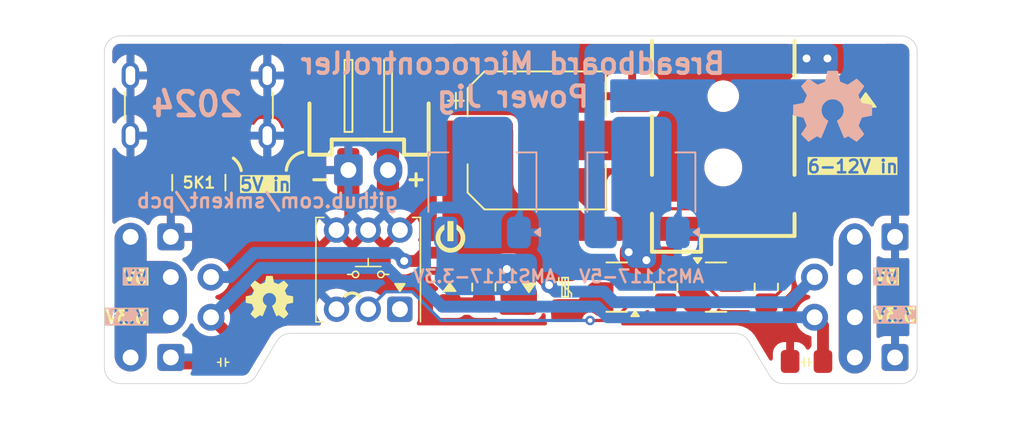
<source format=kicad_pcb>
(kicad_pcb (version 20240108) (generator "pcbnew") (generator_version "8.0")
  (layers (0 "F.Cu" signal) (31 "B.Cu" signal) (34 "B.Paste" user) (35 "F.Paste" user) (36 "B.SilkS" user "B.Silkscreen") (37 "F.SilkS" user "F.Silkscreen") (38 "B.Mask" user) (39 "F.Mask" user) (44 "Edge.Cuts" user))
  (net 0 "")
  (net 1 "GND")
  (net 2 "VOUT_LEFT")
  (net 3 "VOUT_RIGHT")
  (net 4 "Net-(J0-CC2)")
  (net 5 "Net-(J0-CC1)")
  (net 6 "Net-(Q1-G)")
  (net 7 "VIN_DC")
  (net 8 "Net-(D3-A)")
  (net 9 "VIN")
  (net 11 "DC_JACK_SWITCH")
  (net 12 "5V_OUT")
  (net 13 "3V3_OUT")
  (net 14 "PRE_FUSE")
  (net 15 "REG_5V")
  (net 16 "DC_IN_DIODE")
  (net 17 "TO_3V3_DIODE")
  (footprint "lcsc:SW-TH_6P-L7.0-W7.0-P2.00_90deg" (layer "F.Cu") (at 195.3404 90.972 -90)
    (property "Reference" "SW1" (hide yes))
    (property "Value" "SW_DPDT_x2")
    (pad "1" thru_hole roundrect (at 2.5 -2) (size 1.6 1.6) (drill 0.999998) (layers "*.Cu" "*.Mask") (roundrect_rratio 0.15625))
    (pad "2" thru_hole circle (at 2.5 0) (size 1.6 1.6) (drill 0.999998) (layers "*.Cu" "*.Mask") (net 6 "Net-(Q1-G)"))
    (pad "3" thru_hole circle (at 2.5 2) (size 1.6 1.6) (drill 0.999998) (layers "*.Cu" "*.Mask") (net 1 "GND"))
    (pad "4" thru_hole circle (at -2.5 -2) (size 1.6 1.6) (drill 0.999998) (layers "*.Cu" "*.Mask") (net 1 "GND"))
    (pad "5" thru_hole circle (at -2.5 0) (size 1.6 1.6) (drill 0.999998) (layers "*.Cu" "*.Mask") (net 1 "GND"))
    (pad "6" thru_hole circle (at -2.5 2) (size 1.6 1.6) (drill 0.999998) (layers "*.Cu" "*.Mask") (net 1 "GND"))
  )
  (footprint "custom:D_SOD-323_HandSoldering_simple" (layer "F.Cu") (at 205.486 92.075 90)
    (property "Reference" "D2" (hide yes))
    (property "Value" "BAT60A")
    (pad "1" smd roundrect (at -1.25 0 90) (size 1 1) (layers "F.Cu" "F.Paste" "F.Mask") (net 17 "TO_3V3_DIODE"))
    (pad "2" smd roundrect (at 1.25 0 90) (size 1 1) (layers "F.Cu" "F.Paste" "F.Mask") (net 12 "5V_OUT"))
  )
  (footprint "custom:DC-IN_DC-050-2.0-BB_rev2" (layer "F.Cu") (at 217.7542 82.91)
    (property "Reference" "J1" (hide yes))
    (property "Value" "Barrel_Jack_Switch")
    (pad "" np_thru_hole circle (at 0 -2.9 270) (size 1.5 1.5) (drill 1.5) (layers "F&B.Cu" "*.Mask"))
    (pad "" np_thru_hole circle (at 0 1.6 270) (size 1.9 1.9) (drill 1.9) (layers "F&B.Cu" "*.Mask"))
    (pad "1" smd roundrect (at 5.75 -2.9 270) (size 2 2.5) (layers "F.Cu" "F.Paste" "F.Mask") (roundrect_rratio 0.125) (net 7 "VIN_DC"))
    (pad "1" smd roundrect (at 5.75 3.3 270) (size 2 2.5) (layers "F.Cu" "F.Paste" "F.Mask") (roundrect_rratio 0.125) (net 7 "VIN_DC"))
    (pad "2" smd roundrect (at -5.75 -2.9 270) (size 2 2.5) (layers "F.Cu" "F.Paste" "F.Mask") (roundrect_rratio 0.125) (net 1 "GND"))
    (pad "3" smd roundrect (at -5.75 3.3 270) (size 2 2.5) (layers "F.Cu" "F.Paste" "F.Mask") (roundrect_rratio 0.125) (net 11 "DC_JACK_SWITCH"))
  )
  (footprint "custom:C_0805_2012Metric_Pad1.18x1.45mm_HandSolder" (layer "F.Cu") (at 223.012 96.774 180)
    (property "Reference" "C3" (hide yes))
    (property "Value" "22uF")
    (pad "1" smd roundrect (at -1.0375 0 180) (size 1.175 1.45) (layers "F.Cu" "F.Paste" "F.Mask") (roundrect_rratio 0.212766) (net 13 "3V3_OUT"))
    (pad "2" smd roundrect (at 1.0375 0 180) (size 1.175 1.45) (layers "F.Cu" "F.Paste" "F.Mask") (roundrect_rratio 0.212766) (net 1 "GND"))
  )
  (footprint "Capacitor_SMD:CP_Elec_8x10.5" (layer "F.Cu") (at 205.977 82.804)
    (property "Reference" "C1" (hide yes))
    (property "Value" "1000uF")
    (pad "1" smd roundrect (at -3.7 0) (size 4.4 2.5) (layers "F.Cu" "F.Paste" "F.Mask") (roundrect_rratio 0.1) (net 12 "5V_OUT"))
    (pad "2" smd roundrect (at 3.7 0) (size 4.4 2.5) (layers "F.Cu" "F.Paste" "F.Mask") (roundrect_rratio 0.1) (net 1 "GND"))
  )
  (footprint "custom:LED_0805_2012Metric_Pad1.15x1.40mm_HandSolder_simple" (layer "F.Cu") (at 200.4822 92.075 -90)
    (property "Reference" "D3" (hide yes))
    (property "Value" "LED")
    (pad "1" smd roundrect (at -1.025 0 270) (size 1.15 1.4) (layers "F.Cu" "F.Paste" "F.Mask") (roundrect_rratio 0.217391) (net 1 "GND"))
    (pad "2" smd roundrect (at 1.025 0 270) (size 1.15 1.4) (layers "F.Cu" "F.Paste" "F.Mask") (roundrect_rratio 0.217391) (net 8 "Net-(D3-A)"))
  )
  (footprint "graphics:oshw-logo-3mm" (layer "F.Cu") (at 189.103 92.71)
    (property "Reference" "G***" (hide yes))
    (property "Value" "LOGO" (hide yes))
  )
  (footprint "Package_TO_SOT_SMD:SOT-23" (layer "F.Cu") (at 211.0255 92.075 180)
    (property "Reference" "Q1" (hide yes))
    (property "Value" "AO3401A")
    (pad "1" smd roundrect (at -0.9375 -0.95 180) (size 1.475 0.6) (layers "F.Cu" "F.Paste" "F.Mask") (net 6 "Net-(Q1-G)"))
    (pad "2" smd roundrect (at -0.9375 0.95 180) (size 1.475 0.6) (layers "F.Cu" "F.Paste" "F.Mask") (net 15 "REG_5V"))
    (pad "3" smd roundrect (at 0.9375 0 180) (size 1.475 0.6) (layers "F.Cu" "F.Paste" "F.Mask") (net 14 "PRE_FUSE"))
  )
  (footprint "custom:PinHeader_2x02_P2.54mm_Vertical_simple" (layer "F.Cu") (at 182.88 91.44)
    (property "Reference" "JLEFT2" (hide yes))
    (property "Value" "Conn_02x02_Counter_Clockwise")
    (pad "1" thru_hole circle (at 0 0) (size 1.7 1.7) (drill 1) (layers "*.Cu" "*.Mask") (net 2 "VOUT_LEFT"))
    (pad "2" thru_hole oval (at 2.54 0) (size 1.7 1.7) (drill 1) (layers "*.Cu" "*.Mask") (net 12 "5V_OUT"))
    (pad "3" thru_hole oval (at 0 2.54) (size 1.7 1.7) (drill 1) (layers "*.Cu" "*.Mask") (net 2 "VOUT_LEFT"))
    (pad "4" thru_hole oval (at 2.54 2.54) (size 1.7 1.7) (drill 1) (layers "*.Cu" "*.Mask") (net 13 "3V3_OUT"))
  )
  (footprint "Resistor_SMD:R_0805_2012Metric_Pad1.20x1.40mm_HandSolder" (layer "F.Cu") (at 214.122 92.075 -90)
    (property "Reference" "R2" (hide yes))
    (property "Value" "10K")
    (pad "1" smd roundrect (at -1 0 270) (size 1.2 1.4) (layers "F.Cu" "F.Paste" "F.Mask") (roundrect_rratio 0.208333) (net 15 "REG_5V"))
    (pad "2" smd roundrect (at 1 0 270) (size 1.2 1.4) (layers "F.Cu" "F.Paste" "F.Mask") (roundrect_rratio 0.208333) (net 6 "Net-(Q1-G)"))
  )
  (footprint "Resistor_SMD:R_0805_2012Metric_Pad1.20x1.40mm_HandSolder" (layer "F.Cu") (at 220.472 92.075 90)
    (property "Reference" "R1" (hide yes))
    (property "Value" "10K")
    (pad "1" smd roundrect (at -1 0 90) (size 1.2 1.4) (layers "F.Cu" "F.Paste" "F.Mask") (roundrect_rratio 0.208333) (net 11 "DC_JACK_SWITCH"))
    (pad "2" smd roundrect (at 1 0 90) (size 1.2 1.4) (layers "F.Cu" "F.Paste" "F.Mask") (roundrect_rratio 0.208333) (net 9 "VIN"))
  )
  (footprint "custom:Fuse_1206_3216Metric_Pad1.42x1.75mm_HandSolder_simple" (layer "F.Cu") (at 207.772 92.075 90)
    (property "Reference" "F1" (hide yes))
    (property "Value" "Polyfuse")
    (pad "1" smd roundrect (at -1.4875 0 90) (size 1.425 1.75) (layers "F.Cu" "F.Paste" "F.Mask") (roundrect_rratio 0.175439) (net 14 "PRE_FUSE"))
    (pad "2" smd roundrect (at 1.4875 0 90) (size 1.425 1.75) (layers "F.Cu" "F.Paste" "F.Mask") (roundrect_rratio 0.175439) (net 12 "5V_OUT"))
  )
  (footprint "Package_TO_SOT_SMD:SOT-23" (layer "F.Cu") (at 217.297 92.075)
    (property "Reference" "Q2" (hide yes))
    (property "Value" "AO3401A")
    (pad "1" smd roundrect (at -0.9375 -0.95) (size 1.475 0.6) (layers "F.Cu" "F.Paste" "F.Mask") (net 11 "DC_JACK_SWITCH"))
    (pad "2" smd roundrect (at -0.9375 0.95) (size 1.475 0.6) (layers "F.Cu" "F.Paste" "F.Mask") (net 15 "REG_5V"))
    (pad "3" smd roundrect (at 0.9375 0) (size 1.475 0.6) (layers "F.Cu" "F.Paste" "F.Mask") (net 9 "VIN"))
  )
  (footprint "custom:D_SMA_simple" (layer "F.Cu") (at 226.7362 80.264 -90)
    (property "Reference" "D1" (hide yes))
    (property "Value" "SS34")
    (pad "1" smd roundrect (at -2 0 270) (size 2.5 1.8) (layers "F.Cu" "F.Paste" "F.Mask") (roundrect_rratio 0.1388888889) (net 16 "DC_IN_DIODE"))
    (pad "2" smd roundrect (at 2 0 270) (size 2.5 1.8) (layers "F.Cu" "F.Paste" "F.Mask") (roundrect_rratio 0.1388888889) (net 7 "VIN_DC"))
  )
  (footprint "Resistor_SMD:R_0805_2012Metric_Pad1.20x1.40mm_HandSolder" (layer "F.Cu") (at 202.6412 92.075 -90)
    (property "Reference" "R6" (hide yes))
    (property "Value" "2K2")
    (pad "1" smd roundrect (at -1 0 270) (size 1.2 1.4) (layers "F.Cu" "F.Paste" "F.Mask") (roundrect_rratio 0.208333) (net 12 "5V_OUT"))
    (pad "2" smd roundrect (at 1 0 270) (size 1.2 1.4) (layers "F.Cu" "F.Paste" "F.Mask") (roundrect_rratio 0.208333) (net 8 "Net-(D3-A)"))
  )
  (footprint "custom:C_0805_2012Metric_Pad1.18x1.45mm_HandSolder" (layer "F.Cu") (at 186.182 96.774 180)
    (property "Reference" "C2" (hide yes))
    (property "Value" "22uF")
    (pad "1" smd roundrect (at -1.0375 0 180) (size 1.175 1.45) (layers "F.Cu" "F.Paste" "F.Mask") (roundrect_rratio 0.212766) (net 13 "3V3_OUT"))
    (pad "2" smd roundrect (at 1.0375 0 180) (size 1.175 1.45) (layers "F.Cu" "F.Paste" "F.Mask") (roundrect_rratio 0.212766) (net 1 "GND"))
  )
  (footprint "Resistor_SMD:R_Array_Convex_4x0603" (layer "F.Cu") (at 184.6484 85.471 -90)
    (property "Reference" "RN1" (hide yes))
    (property "Value" "5K1")
    (pad "1" smd rect (at -0.9 -1.2 270) (size 0.8 0.5) (layers "F.Cu" "F.Paste" "F.Mask") (net 1 "GND"))
    (pad "2" smd rect (at -0.9 -0.4 270) (size 0.8 0.4) (layers "F.Cu" "F.Paste" "F.Mask") (net 5 "Net-(J0-CC1)"))
    (pad "3" smd rect (at -0.9 0.4 270) (size 0.8 0.4) (layers "F.Cu" "F.Paste" "F.Mask") (net 4 "Net-(J0-CC2)"))
    (pad "4" smd rect (at -0.9 1.2 270) (size 0.8 0.5) (layers "F.Cu" "F.Paste" "F.Mask") (net 1 "GND"))
    (pad "5" smd rect (at 0.9 1.2 270) (size 0.8 0.5) (layers "F.Cu" "F.Paste" "F.Mask") (net 1 "GND"))
    (pad "6" smd rect (at 0.9 0.4 270) (size 0.8 0.4) (layers "F.Cu" "F.Paste" "F.Mask") (net 1 "GND"))
    (pad "7" smd rect (at 0.9 -0.4 270) (size 0.8 0.4) (layers "F.Cu" "F.Paste" "F.Mask") (net 1 "GND"))
    (pad "8" smd rect (at 0.9 -1.2 270) (size 0.8 0.5) (layers "F.Cu" "F.Paste" "F.Mask") (net 1 "GND"))
  )
  (footprint "custom:PinHeader_2x02_P2.54mm_Vertical_simple" (layer "F.Cu") (at 223.52 91.44)
    (property "Reference" "JRIGHT2" (hide yes))
    (property "Value" "Conn_02x02_Counter_Clockwise")
    (pad "1" thru_hole circle (at 0 0) (size 1.7 1.7) (drill 1) (layers "*.Cu" "*.Mask") (net 12 "5V_OUT"))
    (pad "2" thru_hole oval (at 2.54 0) (size 1.7 1.7) (drill 1) (layers "*.Cu" "*.Mask") (net 3 "VOUT_RIGHT"))
    (pad "3" thru_hole oval (at 0 2.54) (size 1.7 1.7) (drill 1) (layers "*.Cu" "*.Mask") (net 13 "3V3_OUT"))
    (pad "4" thru_hole oval (at 2.54 2.54) (size 1.7 1.7) (drill 1) (layers "*.Cu" "*.Mask") (net 3 "VOUT_RIGHT"))
  )
  (footprint "custom:USB_C_Receptacle_GCT_USB4125-xx-x_6P_TopMnt_Horizontal_handsolder" (layer "F.Cu") (at 184.6504 79.502 180)
    (property "Reference" "J0" (hide yes))
    (property "Value" "USB_C_Receptacle_PowerOnly_6P")
    (pad "A5" smd roundrect (at -0.5 -3.28 180) (size 0.7 1.6) (layers "F.Cu" "F.Paste" "F.Mask") (net 5 "Net-(J0-CC1)"))
    (pad "A9" smd roundrect (at 1.52 -3.28) (size 0.76 1.6) (layers "F.Cu" "F.Paste" "F.Mask") (net 9 "VIN"))
    (pad "A12" smd roundrect (at 2.75 -3.28) (size 0.8 1.6) (layers "F.Cu" "F.Paste" "F.Mask") (net 1 "GND"))
    (pad "B5" smd roundrect (at 0.5 -3.28) (size 0.7 1.6) (layers "F.Cu" "F.Paste" "F.Mask") (net 4 "Net-(J0-CC2)"))
    (pad "B9" smd roundrect (at -1.52 -3.28 180) (size 0.76 1.6) (layers "F.Cu" "F.Paste" "F.Mask") (net 9 "VIN"))
    (pad "B12" smd roundrect (at -2.75 -3.28 180) (size 0.8 1.6) (layers "F.Cu" "F.Paste" "F.Mask") (net 1 "GND"))
    (pad "S1" thru_hole oval (at -4.32 -3 180) (size 1.1 1.7) (drill oval 0.6 1.2) (layers "*.Cu" "*.Mask" "F.Paste") (net 1 "GND"))
    (pad "S1" thru_hole oval (at -4.32 0.8 180) (size 1.1 1.7) (drill oval 0.6 1.2) (layers "*.Cu" "*.Mask" "F.Paste") (net 1 "GND"))
    (pad "S1" thru_hole oval (at 4.32 -3 180) (size 1.1 1.7) (drill oval 0.6 1.2) (layers "*.Cu" "*.Mask" "F.Paste") (net 1 "GND"))
    (pad "S1" thru_hole oval (at 4.32 0.8 180) (size 1.1 1.7) (drill oval 0.6 1.2) (layers "*.Cu" "*.Mask" "F.Paste") (net 1 "GND"))
  )
  (footprint "custom:JST_XH_S2B-XH-2AW_1x02_P2.50mm_TH-or-SMD_pad2gnd_trim" (layer "F.Cu") (at 195.3404 84.678 180)
    (property "Reference" "J2" (hide yes))
    (property "Value" "Conn_01x02")
    (pad "1" thru_hole oval (at -1.25 0 180) (size 1.8 2) (drill 1) (layers "*.Cu" "*.Mask") (net 9 "VIN"))
    (pad "1" smd roundrect (at -1.2446 -0.508) (size 1.4 3.8) (layers "F.Cu" "F.Paste" "F.Mask") (roundrect_rratio 0.1785714286) (net 9 "VIN"))
    (pad "2" thru_hole roundrect (at 1.25 0 180) (size 1.8 2) (drill 1) (layers "*.Cu" "*.Mask") (roundrect_rratio 0.1388888889) (net 1 "GND"))
    (pad "2" smd roundrect (at 1.2554 -0.508) (size 1.4 3.8) (layers "F.Cu" "F.Paste" "F.Mask") (roundrect_rratio 0.1785714286) (net 1 "GND"))
    (pad "3" smd roundrect (at 4.2054 6.192) (size 1.6 3.5) (layers "F.Cu" "F.Paste" "F.Mask") (roundrect_rratio 0.15625))
    (pad "4" smd roundrect (at -4.1946 6.192) (size 1.6 3.5) (layers "F.Cu" "F.Paste" "F.Mask") (roundrect_rratio 0.15625))
  )
  (footprint "graphics:icon-power-2mm" (layer "F.Cu") (at 200.533 88.9)
    (property "Reference" "G***" (hide yes))
    (property "Value" "LOGO" (hide yes))
  )
  (footprint "custom:PinHeader_1x02_P2.54mm_Vertical_simple_pad2gnd" (layer "B.Cu") (at 180.34 96.52 -90)
    (property "Reference" "JLEFT1" (hide yes))
    (property "Value" "Conn_01x02")
    (pad "1" thru_hole oval (at 0 0 270) (size 1.7 1.7) (drill 1) (layers "*.Cu" "*.Mask") (net 2 "VOUT_LEFT"))
    (pad "2" thru_hole roundrect (at 0 -2.54 270) (size 1.7 1.7) (drill 1) (layers "*.Cu" "*.Mask") (roundrect_rratio 0.1470588235) (net 1 "GND"))
  )
  (footprint "Package_TO_SOT_SMD:SOT-223-3_TabPin2" (layer "B.Cu") (at 202.551 85.471 90)
    (property "Reference" "U2" (hide yes))
    (property "Value" "AMS1117-3.3")
    (pad "1" smd roundrect (at -3.15 2.3 90) (size 2 1.5) (layers "B.Cu" "B.Paste" "B.Mask") (net 1 "GND"))
    (pad "2" smd roundrect (at -3.15 0 90) (size 2 1.5) (layers "B.Cu" "B.Paste" "B.Mask") (net 13 "3V3_OUT"))
    (pad "2" smd roundrect (at 3.15 0 90) (size 2 3.8) (layers "B.Cu" "B.Paste" "B.Mask") (net 13 "3V3_OUT"))
    (pad "3" smd roundrect (at -3.15 -2.3 90) (size 2 1.5) (layers "B.Cu" "B.Paste" "B.Mask") (net 17 "TO_3V3_DIODE"))
  )
  (footprint "custom:PinHeader_1x02_P2.54mm_Vertical_simple_pad2gnd" (layer "B.Cu") (at 180.34 88.9 -90)
    (property "Reference" "JLEFT0" (hide yes))
    (property "Value" "Conn_01x02")
    (pad "1" thru_hole oval (at 0 0 270) (size 1.7 1.7) (drill 1) (layers "*.Cu" "*.Mask") (net 2 "VOUT_LEFT"))
    (pad "2" thru_hole roundrect (at 0 -2.54 270) (size 1.7 1.7) (drill 1) (layers "*.Cu" "*.Mask") (roundrect_rratio 0.1470588235) (net 1 "GND"))
  )
  (footprint "Package_TO_SOT_SMD:SOT-223-3_TabPin2" (layer "B.Cu") (at 212.584 85.471 90)
    (property "Reference" "U1" (hide yes))
    (property "Value" "AMS1117-5.0")
    (pad "1" smd roundrect (at -3.15 2.3 90) (size 2 1.5) (layers "B.Cu" "B.Paste" "B.Mask") (net 1 "GND"))
    (pad "2" smd roundrect (at -3.15 0 90) (size 2 1.5) (layers "B.Cu" "B.Paste" "B.Mask") (net 15 "REG_5V"))
    (pad "2" smd roundrect (at 3.15 0 90) (size 2 3.8) (layers "B.Cu" "B.Paste" "B.Mask") (net 15 "REG_5V"))
    (pad "3" smd roundrect (at -3.15 -2.3 90) (size 2 1.5) (layers "B.Cu" "B.Paste" "B.Mask") (net 16 "DC_IN_DIODE"))
  )
  (footprint "custom:PinHeader_1x02_P2.54mm_Vertical_simple_pad2gnd" (layer "B.Cu") (at 226.06 96.52 -90)
    (property "Reference" "JRIGHT1" (hide yes))
    (property "Value" "Conn_01x02")
    (pad "1" thru_hole oval (at 0 0 270) (size 1.7 1.7) (drill 1) (layers "*.Cu" "*.Mask") (net 3 "VOUT_RIGHT"))
    (pad "2" thru_hole roundrect (at 0 -2.54 270) (size 1.7 1.7) (drill 1) (layers "*.Cu" "*.Mask") (roundrect_rratio 0.1470588235) (net 1 "GND"))
  )
  (footprint "graphics:oshw-logo-5mm" (layer "B.Cu") (at 224.663 80.645 180)
    (property "Reference" "G***" (hide yes))
    (property "Value" "LOGO" (hide yes))
  )
  (footprint "custom:PinHeader_1x02_P2.54mm_Vertical_simple_pad2gnd" (layer "B.Cu") (at 226.06 88.9 -90)
    (property "Reference" "JRIGHT0" (hide yes))
    (property "Value" "Conn_01x02")
    (pad "1" thru_hole oval (at 0 0 270) (size 1.7 1.7) (drill 1) (layers "*.Cu" "*.Mask") (net 3 "VOUT_RIGHT"))
    (pad "2" thru_hole roundrect (at 0 -2.54 270) (size 1.7 1.7) (drill 1) (layers "*.Cu" "*.Mask") (roundrect_rratio 0.1470588235) (net 1 "GND"))
  )
  (gr_arc (start 186.82771 83.92651) (mid 187.149317 84.271386) (end 187.325 84.709) (stroke (width 0.2)) (layer "F.SilkS"))
  (gr_arc (start 190.170726 84.688112) (mid 190.5 83.947) (end 191.205448 83.546985) (stroke (width 0.2)) (layer "F.SilkS"))
  (gr_arc (start 193.883049 92.652074) (mid 194.3354 92.45) (end 194.786159 92.655602) (stroke (width 0.2)) (layer "F.SilkS"))
  (gr_poly (pts (arc (start 187.39381 98.171) (mid 187.886509 98.041199) (end 188.251303 97.685495)) (arc (start 189.573697 95.481504) (mid 189.938491 95.1258) (end 190.43119 94.996)) (arc (start 218.50881 94.996) (mid 219.001509 95.1258) (end 219.366303 95.481504)) (arc (start 220.688697 97.685495) (mid 221.053491 98.0412) (end 221.54619 98.171)) (arc (start 228.997 98.171) (mid 229.704107 97.878107) (end 229.997 97.171)) (arc (start 229.997 77.2) (mid 229.704107 76.492893) (end 228.997 76.2)) (arc (start 179.689 76.2) (mid 178.981893 76.492893) (end 178.689 77.2)) (arc (start 178.689 97.171) (mid 178.981893 97.878107) (end 179.689 98.171))) (stroke (width 0.05)) (fill none) (layer "Edge.Cuts"))
  (gr_text "3.3V" (at 181.483 93.98 0) (layer "B.SilkS" knockout) (effects (font (size 0.8 0.8) (thickness 0.16) (bold yes)) (justify left mirror)))
  (gr_text "AMS1117-3.3V" (at 202.692 90.932 0) (layer "B.SilkS") (effects (font (size 0.8 0.8) (thickness 0.16) (bold yes)) (justify top mirror)))
  (gr_text "2024" (at 184.531 80.518 0) (layer "B.SilkS") (effects (font (size 1.5 1.5) (thickness 0.3) (bold yes)) (justify mirror)))
  (gr_text "5V" (at 227.203 91.44 0) (layer "B.SilkS" knockout) (effects (font (size 0.8 0.8) (thickness 0.16) (bold yes)) (justify right mirror)))
  (gr_text "Breadboard Microcontroller\nPower Jig" (at 204.47 78.994 0) (layer "B.SilkS") (effects (font (size 1.3 1.3) (thickness 0.26) (bold yes)) (justify mirror)))
  (gr_text "5V" (at 181.483 91.44 0) (layer "B.SilkS" knockout) (effects (font (size 0.8 0.8) (thickness 0.16) (bold yes)) (justify left mirror)))
  (gr_text "github.com/smkent/pcb" (at 188.976 86.614 0) (layer "B.SilkS") (effects (font (size 0.9 0.9) (thickness 0.18) (bold yes)) (justify mirror)))
  (gr_text "3.3V" (at 227.203 93.853 0) (layer "B.SilkS" knockout) (effects (font (size 0.8 0.8) (thickness 0.16) (bold yes)) (justify right mirror)))
  (gr_text "AMS1117-5V" (at 212.598 90.932 0) (layer "B.SilkS") (effects (font (size 0.8 0.8) (thickness 0.16) (bold yes)) (justify top mirror)))
  (gr_text "6-12V in" (at 225.933 84.455 0) (layer "F.SilkS" knockout) (effects (font (size 0.8 0.8) (thickness 0.16) (bold yes))))
  (gr_text "5V" (at 227.203 91.44 0) (layer "F.SilkS" knockout) (effects (font (size 0.8 0.8) (thickness 0.16) (bold yes)) (justify left)))
  (gr_text "5V in" (at 188.849 85.598 0) (layer "F.SilkS" knockout) (effects (font (size 0.8 0.8) (thickness 0.16) (bold yes))))
  (gr_text "5V" (at 181.483 91.44 0) (layer "F.SilkS" knockout) (effects (font (size 0.8 0.8) (thickness 0.16) (bold yes)) (justify right)))
  (gr_text "3.3V" (at 181.483 93.98 0) (layer "F.SilkS" knockout) (effects (font (size 0.8 0.8) (thickness 0.16) (bold yes)) (justify right)))
  (gr_text "5K1" (at 184.658 85.471 0) (layer "F.SilkS") (effects (font (size 0.7 0.7) (thickness 0.14) (bold yes))))
  (gr_text "3.3V" (at 227.203 93.853 0) (layer "F.SilkS" knockout) (effects (font (size 0.8 0.8) (thickness 0.16) (bold yes)) (justify left)))
  (gr_text "-" (at 193.04 85.217 0) (layer "F.SilkS") (effects (font (size 1 1) (thickness 0.2) (bold yes)) (justify right)))
  (gr_text "+" (at 197.612 85.217 0) (layer "F.SilkS") (effects (font (size 1 1) (thickness 0.2) (bold yes)) (justify left)))
  (segment (start 185.1445 96.774) (end 183.134 96.774) (width 1) (layer "F.Cu") (net 1))
  (segment (start 183.134 96.774) (end 182.88 96.52) (width 1) (layer "F.Cu") (net 1))
  (segment (start 228.6 88.9) (end 228.727 88.773) (width 0.75) (layer "B.Cu") (net 1))
  (segment (start 184.2484 82.88) (end 184.1504 82.782) (width 0.2) (layer "F.Cu") (net 4))
  (segment (start 184.2484 84.571) (end 184.2484 82.88) (width 0.2) (layer "F.Cu") (net 4))
  (segment (start 185.0484 84.571) (end 185.0484 82.884) (width 0.2) (layer "F.Cu") (net 5))
  (segment (start 185.0484 82.884) (end 185.1504 82.782) (width 0.2) (layer "F.Cu") (net 5))
  (segment (start 214.122 93.075) (end 212.013 93.075) (width 0.2) (layer "F.Cu") (net 6))
  (segment (start 209.3468 94.1832) (end 210.8048 94.1832) (width 0.2) (layer "F.Cu") (net 6))
  (segment (start 210.8048 94.1832) (end 211.963 93.025) (width 0.2) (layer "F.Cu") (net 6))
  (segment (start 212.013 93.075) (end 211.963 93.025) (width 0.2) (layer "F.Cu") (net 6))
  (via (at 209.3468 94.1832) (size 0.6) (drill 0.3) (layers "F.Cu" "B.Cu") (net 6))
  (segment (start 196.4404 92.372) (end 195.3404 93.472) (width 0.2) (layer "B.Cu") (net 6))
  (segment (start 198.125144 92.372) (end 196.4404 92.372) (width 0.2) (layer "B.Cu") (net 6))
  (segment (start 209.3468 94.1832) (end 199.936344 94.1832) (width 0.2) (layer "B.Cu") (net 6))
  (segment (start 199.936344 94.1832) (end 198.125144 92.372) (width 0.2) (layer "B.Cu") (net 6))
  (segment (start 200.4822 93.1) (end 202.6162 93.1) (width 0.75) (layer "F.Cu") (net 8))
  (segment (start 202.6162 93.1) (end 202.6412 93.075) (width 0.75) (layer "F.Cu") (net 8))
  (segment (start 196.5904 81.2744) (end 196.5904 84.678) (width 0.75) (layer "F.Cu") (net 9))
  (segment (start 186.1704 82.782) (end 186.1704 82.110442) (width 0.75) (layer "F.Cu") (net 9))
  (segment (start 187.203842 81.077) (end 196.393 81.077) (width 0.75) (layer "F.Cu") (net 9))
  (segment (start 183.1304 82.782) (end 183.1304 81.93649) (width 0.75) (layer "F.Cu") (net 9))
  (segment (start 183.1304 81.93649) (end 183.65989 81.407) (width 0.75) (layer "F.Cu") (net 9))
  (segment (start 186.1704 81.93649) (end 186.1704 82.782) (width 0.75) (layer "F.Cu") (net 9))
  (segment (start 185.64091 81.407) (end 186.1704 81.93649) (width 0.75) (layer "F.Cu") (net 9))
  (segment (start 183.65989 81.407) (end 185.64091 81.407) (width 0.75) (layer "F.Cu") (net 9))
  (segment (start 186.1704 82.110442) (end 187.203842 81.077) (width 0.75) (layer "F.Cu") (net 9))
  (segment (start 196.393 81.077) (end 196.5904 81.2744) (width 0.75) (layer "F.Cu") (net 9))
  (segment (start 216.3595 91.646948) (end 216.3595 91.125) (width 0.2) (layer "F.Cu") (net 11))
  (segment (start 219.583 89.789) (end 216.916 87.122) (width 0.2) (layer "F.Cu") (net 11))
  (segment (start 220.615 93.075) (end 221.615 92.075) (width 0.2) (layer "F.Cu") (net 11))
  (segment (start 217.787552 93.075) (end 216.3595 91.646948) (width 0.2) (layer "F.Cu") (net 11))
  (segment (start 221.615 92.075) (end 221.615 90.424) (width 0.2) (layer "F.Cu") (net 11))
  (segment (start 220.472 93.075) (end 217.787552 93.075) (width 0.2) (layer "F.Cu") (net 11))
  (segment (start 212.9162 87.122) (end 212.0042 86.21) (width 0.2) (layer "F.Cu") (net 11))
  (segment (start 216.916 87.122) (end 212.9162 87.122) (width 0.2) (layer "F.Cu") (net 11))
  (segment (start 221.615 90.424) (end 220.98 89.789) (width 0.2) (layer "F.Cu") (net 11))
  (segment (start 220.472 93.075) (end 220.615 93.075) (width 0.2) (layer "F.Cu") (net 11))
  (segment (start 220.98 89.789) (end 219.583 89.789) (width 0.2) (layer "F.Cu") (net 11))
  (segment (start 201.4662 89.9) (end 202.6412 91.075) (width 0.75) (layer "F.Cu") (net 12))
  (segment (start 198.898 89.9) (end 201.4662 89.9) (width 0.75) (layer "F.Cu") (net 12))
  (segment (start 205.633 90.825) (end 205.486 90.825) (width 0.75) (layer "F.Cu") (net 12))
  (segment (start 206.756 91.948) (end 205.633 90.825) (width 0.75) (layer "F.Cu") (net 12))
  (segment (start 197.612 90.424) (end 198.374 90.424) (width 0.75) (layer "F.Cu") (net 12))
  (segment (start 198.374 90.424) (end 198.898 89.9) (width 0.75) (layer "F.Cu") (net 12))
  (via (at 206.756 91.948) (size 1) (drill 0.5) (layers "F.Cu" "B.Cu") (net 12))
  (via (at 197.612 90.424) (size 1) (drill 0.5) (layers "F.Cu" "B.Cu") (net 12))
  (segment (start 206.756 91.948) (end 207.1662 92.3582) (width 0.75) (layer "B.Cu") (net 12))
  (segment (start 197.612 90.424) (end 197.104 89.916) (width 0.75) (layer "B.Cu") (net 12))
  (segment (start 207.1662 92.3582) (end 210.2142 92.3582) (width 0.75) (layer "B.Cu") (net 12))
  (segment (start 188.140497 89.916) (end 186.616497 91.44) (width 0.75) (layer "B.Cu") (net 12))
  (segment (start 210.2142 92.3582) (end 210.886 93.03) (width 0.75) (layer "B.Cu") (net 12))
  (segment (start 186.616497 91.44) (end 185.42 91.44) (width 0.75) (layer "B.Cu") (net 12))
  (segment (start 210.886 93.03) (end 221.93 93.03) (width 0.75) (layer "B.Cu") (net 12))
  (segment (start 197.104 89.916) (end 188.140497 89.916) (width 0.75) (layer "B.Cu") (net 12))
  (segment (start 221.93 93.03) (end 223.52 91.44) (width 0.75) (layer "B.Cu") (net 12))
  (segment (start 224.0495 96.774) (end 224.0495 94.5095) (width 0.75) (layer "F.Cu") (net 13))
  (segment (start 224.0495 94.5095) (end 223.52 93.98) (width 0.75) (layer "F.Cu") (net 13))
  (segment (start 187.2195 95.7795) (end 185.42 93.98) (width 0.75) (layer "F.Cu") (net 13))
  (segment (start 187.2195 96.774) (end 187.2195 95.7795) (width 0.75) (layer "F.Cu") (net 13))
  (segment (start 198.12 91.697) (end 198.926 90.891) (width 0.75) (layer "B.Cu") (net 13))
  (segment (start 185.42 93.98) (end 188.534 90.866) (width 0.75) (layer "B.Cu") (net 13))
  (segment (start 200.015938 93.3082) (end 209.7926 93.3082) (width 0.75) (layer "B.Cu") (net 13))
  (segment (start 201.6 87.046) (end 202.551 87.997) (width 0.75) (layer "B.Cu") (net 13))
  (segment (start 197.36472 91.697) (end 198.12 91.697) (width 0.75) (layer "B.Cu") (net 13))
  (segment (start 210.4644 93.98) (end 223.52 93.98) (width 0.75) (layer "B.Cu") (net 13))
  (segment (start 196.53372 90.866) (end 197.36472 91.697) (width 0.75) (layer "B.Cu") (net 13))
  (segment (start 198.12 91.697) (end 198.404738 91.697) (width 0.75) (layer "B.Cu") (net 13))
  (segment (start 198.926 90.891) (end 198.926 87.586) (width 0.75) (layer "B.Cu") (net 13))
  (segment (start 199.466 87.046) (end 201.6 87.046) (width 0.75) (layer "B.Cu") (net 13))
  (segment (start 198.404738 91.697) (end 200.015938 93.3082) (width 0.75) (layer "B.Cu") (net 13))
  (segment (start 202.551 87.997) (end 202.551 88.621) (width 0.75) (layer "B.Cu") (net 13))
  (segment (start 198.926 87.586) (end 199.466 87.046) (width 0.75) (layer "B.Cu") (net 13))
  (segment (start 188.534 90.866) (end 196.53372 90.866) (width 0.75) (layer "B.Cu") (net 13))
  (segment (start 209.7926 93.3082) (end 210.4644 93.98) (width 0.75) (layer "B.Cu") (net 13))
  (via (at 211.7852 89.8652) (size 1) (drill 0.5) (layers "F.Cu" "B.Cu") (net 15))
  (via (at 212.9028 90.3732) (size 1) (drill 0.5) (layers "F.Cu" "B.Cu") (net 15))
  (via (at 224.3328 77.6224) (size 1) (drill 0.5) (layers "F.Cu" "B.Cu") (net 16))
  (via (at 223.012 77.6224) (size 1) (drill 0.5) (layers "F.Cu" "B.Cu") (net 16))
  (via (at 204.089 92.075) (size 1) (drill 0.5) (layers "F.Cu" "B.Cu") (net 17))
  (via (at 204.089 90.932) (size 1) (drill 0.5) (layers "F.Cu" "B.Cu") (net 17))
  (segment (start 200.251 88.547) (end 200.406 88.392) (width 0.2) (layer "B.Cu") (net 17))
  (zone (net 16) (net_name "DC_IN_DIODE") (layer "F.Cu") (priority 9) (connect_pads yes (clearance 0.35)) (min_thickness 0.25) (fill yes (thermal_gap 0.5) (thermal_bridge_width 0.5) (smoothing fillet) (radius 0.5))
    (polygon (pts (xy 227.6348 79.502) (xy 227.6348 76.708) (xy 222.25 76.708) (xy 222.25 78.5876) (xy 225.8568 78.5876) (xy 225.8568 79.502)))
  )
  (zone (net 9) (net_name "VIN") (layer "F.Cu") (priority 12) (connect_pads yes (clearance 0.35)) (min_thickness 0.25) (fill yes (thermal_gap 0.5) (thermal_bridge_width 0.5) (smoothing fillet) (radius 0.5))
    (polygon (pts (xy 182.753 83.566) (xy 186.563 83.566) (xy 186.563 82.042) (xy 204.851 82.042) (xy 204.851 85.725) (xy 208.534 89.154) (xy 216.535 89.154) (xy 217.551 90.551) (xy 217.551 92.329) (xy 219.075 92.329) (xy 221.234 91.567) (xy 221.234 90.551) (xy 219.456 90.551) (xy 218.313 89.281) (xy 216.916 87.63) (xy 209.169 87.63) (xy 206.629 85.217) (xy 206.629 80.01) (xy 198.628 80.01) (xy 198.628 76.708) (xy 192.278 76.708) (xy 192.278 80.01) (xy 182.753 80.01)))
  )
  (zone (net 14) (net_name "PRE_FUSE") (layer "F.Cu") (priority 3) (connect_pads yes (clearance 0)) (min_thickness 0.25) (fill yes (thermal_gap 0.5) (thermal_bridge_width 0.5) (smoothing fillet) (radius 0.5))
    (polygon (pts (xy 206.883 94.234) (xy 210.82 94.234) (xy 210.82 91.7702) (xy 209.3468 91.7702) (xy 208.6356 92.837) (xy 206.883 92.837)))
  )
  (zone (net 12) (net_name "5V_OUT") (layer "F.Cu") (priority 5) (connect_pads yes (clearance 0.35)) (min_thickness 0.25) (fill yes (thermal_gap 0.5) (thermal_bridge_width 0.5) (smoothing fillet) (radius 0.5))
    (polygon (pts (xy 201.93 90.17) (xy 201.93 91.694) (xy 208.661 91.694) (xy 208.661 89.662) (xy 208.5848 89.6112) (xy 204.978 85.9536) (xy 204.978 81.534) (xy 200.025 81.534) (xy 200.025 89.662)))
  )
  (zone (net 7) (net_name "VIN_DC") (layer "F.Cu") (priority 1) (connect_pads yes (clearance 0)) (min_thickness 0.25) (fill yes (thermal_gap 0.5) (thermal_bridge_width 0.5) (smoothing fillet) (radius 2))
    (polygon (pts (xy 222.25 78.994) (xy 222.25 87.249) (xy 224.7392 87.249) (xy 224.7392 83.5152) (xy 227.6094 83.5152) (xy 227.6094 81.026) (xy 224.7392 81.026) (xy 224.7392 78.994)))
  )
  (zone (net 15) (net_name "REG_5V") (layer "F.Cu") (priority 4) (connect_pads yes (clearance 0)) (min_thickness 0.25) (fill yes (thermal_gap 0.5) (thermal_bridge_width 0.5) (smoothing fillet) (radius 0.5))
    (polygon (pts (xy 215.4428 93.6752) (xy 217.0684 93.6752) (xy 217.0684 91.8464) (xy 215.9508 91.8464) (xy 215.0872 90.5256) (xy 215.0872 89.3064) (xy 211.2264 89.3064) (xy 211.2264 92.2528) (xy 214.5284 92.2528)))
  )
  (zone (net 17) (net_name "TO_3V3_DIODE") (layer "F.Cu") (priority 11) (connect_pads yes (clearance 0.35)) (min_thickness 0.25) (fill yes (thermal_gap 0.5) (thermal_bridge_width 0.5) (smoothing fillet) (radius 0.5))
    (polygon (pts (xy 205.994 93.8276) (xy 205.994 90.297) (xy 203.4032 90.297) (xy 203.4032 93.8276)))
  )
  (zone (net 1) (net_name "GND") (layers "F&B.Cu") (connect_pads (clearance 0.35)) (min_thickness 0.25) (fill yes (thermal_gap 0.5) (thermal_bridge_width 0.5))
    (polygon (pts (xy 178.562 75.946) (xy 230.124 75.946) (xy 230.124 98.552) (xy 178.562 98.552)))
  )
  (zone (net 3) (net_name "VOUT_RIGHT") (layers "F&B.Cu") (priority 2) (connect_pads yes (clearance 0)) (min_thickness 0.25) (fill yes (thermal_gap 0.5) (thermal_bridge_width 0.5) (smoothing fillet) (radius 2))
    (polygon (pts (xy 225.044 97.536) (xy 227.076 97.536) (xy 227.076 88.138) (xy 225.044 88.138)))
  )
  (zone (net 2) (net_name "VOUT_LEFT") (layers "F&B.Cu") (priority 2) (connect_pads yes (clearance 0)) (min_thickness 0.25) (fill yes (thermal_gap 0.5) (thermal_bridge_width 0.5) (smoothing fillet) (radius 2))
    (polygon (pts (xy 179.324 97.409) (xy 181.356 97.409) (xy 181.356 94.996) (xy 183.896 94.996) (xy 183.896 90.424) (xy 181.356 90.424) (xy 181.356 88.011) (xy 179.324 88.011)))
  )
  (zone (net 13) (net_name "3V3_OUT") (layer "B.Cu") (priority 7) (connect_pads yes (clearance 0.35)) (min_thickness 0.25) (fill yes (thermal_gap 0.5) (thermal_bridge_width 0.5) (smoothing fillet) (radius 0.5))
    (polygon (pts (xy 200.66 81.3054) (xy 200.66 89.662) (xy 204.4446 89.662) (xy 204.4446 81.3054)))
  )
  (zone (net 15) (net_name "REG_5V") (layer "B.Cu") (priority 7) (connect_pads yes (clearance 0.35)) (min_thickness 0.25) (fill yes (thermal_gap 0.5) (thermal_bridge_width 0.5) (smoothing fillet) (radius 0.5))
    (polygon (pts (xy 210.693 81.3054) (xy 210.693 89.662) (xy 211.6328 89.662) (xy 211.6328 90.8558) (xy 213.5124 90.8558) (xy 213.5124 89.662) (xy 214.4776 89.662) (xy 214.4776 81.3054)))
  )
  (zone (net 17) (net_name "TO_3V3_DIODE") (layer "B.Cu") (priority 10) (connect_pads yes (clearance 0.35)) (min_thickness 0.25) (fill yes (thermal_gap 0.5) (thermal_bridge_width 0.5) (smoothing fillet) (radius 0.5))
    (polygon (pts (xy 199.5424 87.63) (xy 201.0156 87.63) (xy 201.0156 89.9668) (xy 205.994 89.9668) (xy 205.994 92.7608) (xy 199.5424 92.7608)))
  )
  (zone (net 16) (net_name "DC_IN_DIODE") (layer "B.Cu") (priority 8) (connect_pads yes (clearance 0.35)) (min_thickness 0.25) (fill yes (thermal_gap 0.5) (thermal_bridge_width 0.5) (smoothing fillet) (radius 0.5))
    (polygon (pts (xy 211.0232 89.6112) (xy 211.0232 87.6808) (xy 210.2612 87.6808) (xy 210.2612 78.5876) (xy 224.9932 78.5876) (xy 224.9932 76.708) (xy 208.9912 76.708) (xy 208.9912 89.6112)))
  )
)
</source>
